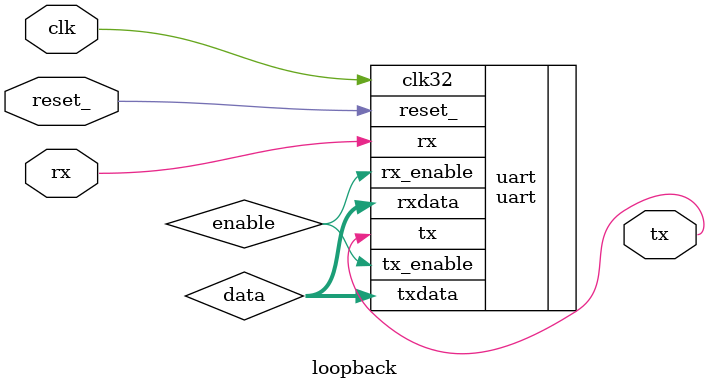
<source format=v>
module loopback(
   clk,
   reset_,
   tx,
   rx);

   input      clk;
   input      reset_;
   output     tx;
   input      rx;

   wire [7:0] data;
   wire       enable;

   // Universal asynchronous receiver transmitter; wired for loopback operation
   uart uart(
	     .clk32(clk),
	     .reset_(reset_),
	     .rx(rx),               // Rx from FTDI USB chip
	     .tx(tx),               // Tx to FTDI USB chip
	     .txdata(data),         // Rx (parallel) data looped to Tx
	     .rxdata(data),
	     .rx_enable(enable),    // Rx enable looped to Tx
	     .tx_enable(enable)
	     );

endmodule

</source>
